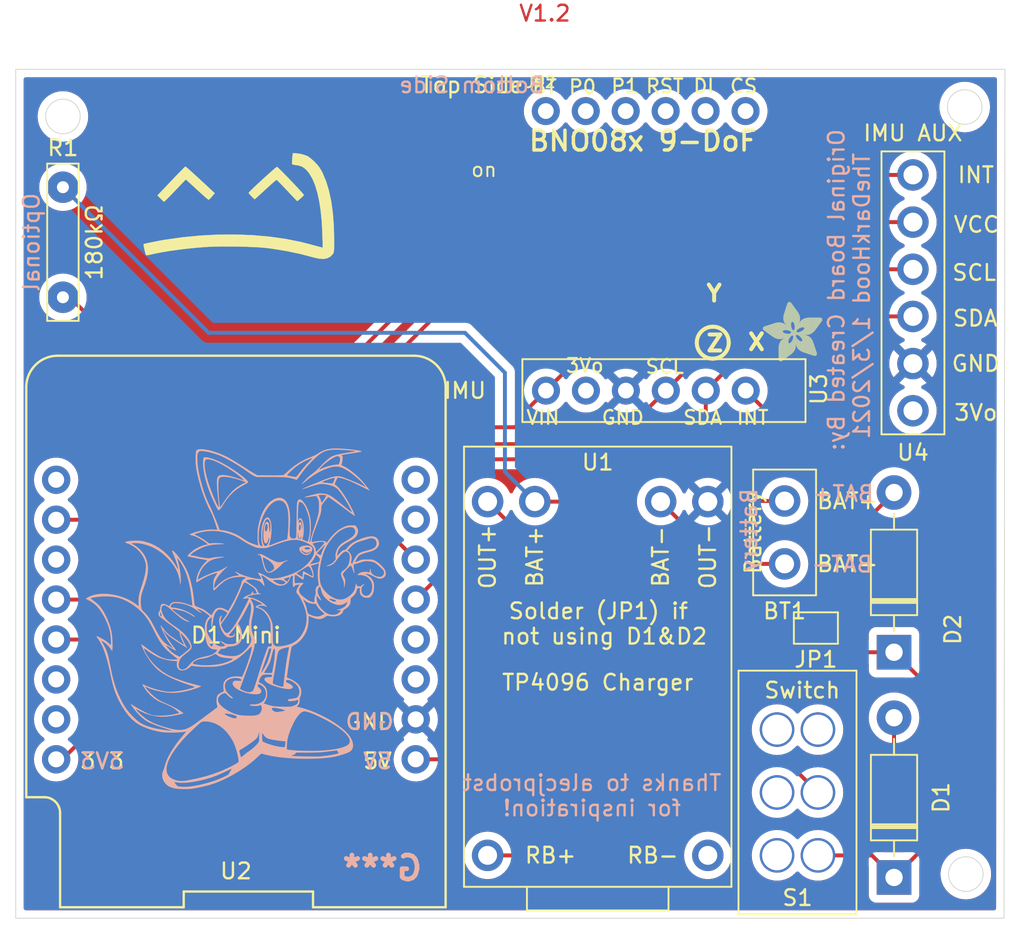
<source format=kicad_pcb>
(kicad_pcb (version 20211014) (generator pcbnew)
  (title_block (title "Slimve VR Motherboard") (date "2022-01-03") (rev "V1.2") (comment 2 "creativecommons.org/licenses/by/4.0/") (comment 3 "License: CC BY 4.0") (comment 4 "Author: TheDarkHood"))
  (layers (0 "F.Cu" signal) (31 "B.Cu" signal) (34 "B.Paste" user) (35 "F.Paste" user) (36 "B.SilkS" user "B.Silkscreen") (37 "F.SilkS" user "F.Silkscreen") (38 "B.Mask" user) (39 "F.Mask" user) (44 "Edge.Cuts" user))
  (net 0 "")
  (net 1 "Net-(BT1-Pad1)")
  (net 2 "Net-(BT1-Pad2)")
  (net 3 "Net-(S1-Pad2)")
  (net 4 "Net-(U1-Pad4)")
  (net 6 "Net-(U2-Pad8)")
  (net 10 "Net-(U2-Pad5)")
  (net 12 "Net-(U2-Pad4)")
  (net 13 "Net-(U2-Pad13)")
  (net 15 "Net-(U2-Pad14)")
  (net 19 "Net-(D1-Pad2)")
  (net 20 "Net-(D1-Pad1)")
  (net 21 "Net-(D2-Pad2)")
  (net 22 "Net-(R1-Pad2)")
  (footprint "wemos-d1-mini:wemos-d1-mini-connectors-only" (layer "F.Cu") (at 148 130 90)
    (fp_text reference "U2" (at -16 0) (layer "F.SilkS"))
    (fp_text value "WeMos_D1_mini")
    (pad "1" thru_hole circle locked (at 8.89 -11.43 90) (size 1.8 1.8) (drill 1.016) (layers *.Cu *.Mask))
    (pad "2" thru_hole circle locked (at 6.35 -11.43 90) (size 1.8 1.8) (drill 1.016) (layers *.Cu *.Mask) (net 22 "Net-(R1-Pad2)"))
    (pad "3" thru_hole circle locked (at 3.81 -11.43 90) (size 1.8 1.8) (drill 1.016) (layers *.Cu *.Mask))
    (pad "4" thru_hole circle locked (at 1.27 -11.43 90) (size 1.8 1.8) (drill 1.016) (layers *.Cu *.Mask) (net 12 "Net-(U2-Pad4)"))
    (pad "5" thru_hole circle locked (at -1.27 -11.43 90) (size 1.8 1.8) (drill 1.016) (layers *.Cu *.Mask) (net 10 "Net-(U2-Pad5)"))
    (pad "6" thru_hole circle locked (at -3.81 -11.43 90) (size 1.8 1.8) (drill 1.016) (layers *.Cu *.Mask))
    (pad "7" thru_hole circle locked (at -6.35 -11.43 90) (size 1.8 1.8) (drill 1.016) (layers *.Cu *.Mask))
    (pad "8" thru_hole circle locked (at -8.89 -11.43 90) (size 1.8 1.8) (drill 1.016) (layers *.Cu *.Mask) (net 6 "Net-(U2-Pad8)"))
    (pad "9" thru_hole circle locked (at -8.89 11.43 90) (size 1.8 1.8) (drill 1.016) (layers *.Cu *.Mask) (net 3 "Net-(S1-Pad2)"))
    (pad "10" thru_hole circle locked (at -6.35 11.43 90) (size 1.8 1.8) (drill 1.016) (layers *.Cu *.Mask) (net 4 "Net-(U1-Pad4)"))
    (pad "11" thru_hole circle locked (at -3.81 11.43 90) (size 1.8 1.8) (drill 1.016) (layers *.Cu *.Mask))
    (pad "12" thru_hole circle locked (at -1.27 11.43 90) (size 1.8 1.8) (drill 1.016) (layers *.Cu *.Mask))
    (pad "13" thru_hole circle locked (at 1.27 11.43 90) (size 1.8 1.8) (drill 1.016) (layers *.Cu *.Mask) (net 13 "Net-(U2-Pad13)"))
    (pad "14" thru_hole circle locked (at 3.81 11.43 90) (size 1.8 1.8) (drill 1.016) (layers *.Cu *.Mask) (net 15 "Net-(U2-Pad14)"))
    (pad "15" thru_hole circle locked (at 6.35 11.43 90) (size 1.8 1.8) (drill 1.016) (layers *.Cu *.Mask))
    (pad "16" thru_hole circle locked (at 8.89 11.43 90) (size 1.8 1.8) (drill 1.016) (layers *.Cu *.Mask))
  )
  (footprint "SlimeVRMotherBoard:BNO080_Connector" (layer "F.Cu") (at 191.04 109.22 180)
    (fp_text reference "U4" (at 0 -10.16) (layer "F.SilkS"))
    (fp_text value "BN008X")
    (fp_text user "INT" (at -4 7.5) (layer "F.SilkS"))
    (fp_text user "VCC" (at -4.034187 4.341007) (layer "F.SilkS"))
    (fp_text user "SCL" (at -3.891884 1.285294) (layer "F.SilkS"))
    (fp_text user "SDA" (at -3.96104 -1.619252) (layer "F.SilkS"))
    (fp_text user "3Vo" (at -4 -7.62) (layer "F.SilkS"))
    (fp_text user "GND" (at -4 -4.5) (layer "F.SilkS"))
    (pad "1" thru_hole circle (at 0 4.5 180) (size 2 2) (drill 1.2) (layers *.Cu *.Mask) (net 6 "Net-(U2-Pad8)"))
    (pad "2" thru_hole circle locked (at 0 -4.5 180) (size 2 2) (drill 1.2) (layers *.Cu *.Mask) (net 4 "Net-(U1-Pad4)"))
    (pad "3" thru_hole circle (at 0 1.5 180) (size 2 2) (drill 1.2) (layers *.Cu *.Mask) (net 15 "Net-(U2-Pad14)"))
    (pad "4" thru_hole circle (at 0 -1.5 180) (size 2 2) (drill 1.2) (layers *.Cu *.Mask) (net 13 "Net-(U2-Pad13)"))
    (pad "5" thru_hole circle (at 0 -7.5 180) (size 2 2) (drill 1.2) (layers *.Cu *.Mask))
    (pad "6" thru_hole circle locked (at 0 7.5 180) (size 2 2) (drill 1.2) (layers *.Cu *.Mask) (net 10 "Net-(U2-Pad5)"))
  )
  (footprint "SlimeVRMotherBoard:Battery" (layer "F.Cu") (at 182.88 124.46 180)
    (fp_text reference "BT1" (at 0 -5) (layer "F.SilkS"))
    (fp_text value "Battery")
    (fp_text user "BAT+" (at -4 2) (layer "F.SilkS"))
    (fp_text user "BAT-" (at -4 -2) (layer "F.SilkS"))
    (pad "1" thru_hole circle locked (at 0 -2 180) (size 2 2) (drill 1.2) (layers *.Cu *.Mask) (net 1 "Net-(BT1-Pad1)"))
    (pad "2" thru_hole circle locked (at 0 2 180) (size 2 2) (drill 1.2) (layers *.Cu *.Mask) (net 2 "Net-(BT1-Pad2)"))
  )
  (footprint "SlimeVRMotherBoard:180KΩ" (layer "F.Cu") (at 137 106)
    (fp_text reference "R1" (at 0 -6) (layer "F.SilkS"))
    (fp_text value "R180Ω" hide)
    (fp_text user "180kΩ" (at 2 0 90) (layer "F.SilkS"))
    (pad "1" thru_hole circle locked (at 0 -3.5) (size 2 2) (drill 0.762) (layers *.Cu *.Mask) (net 2 "Net-(BT1-Pad2)"))
    (pad "2" thru_hole circle locked (at 0 3.5) (size 2 2) (drill 0.762) (layers *.Cu *.Mask) (net 22 "Net-(R1-Pad2)"))
  )
  (footprint "SlimeVRMotherBoard:SlimeVRLogo" (layer "F.Cu") (at 148.172187 103.723587)
    (fp_text reference "G***" hide)
    (fp_text value "LOGO" hide)
  )
  (footprint "Diode_THT:D_DO-41_SOD81_P10.16mm_Horizontal" (layer "F.Cu") (at 189.83755 132.08 90)
    (fp_text reference "D2" (at 1.453425 3.742388 90) (layer "F.SilkS"))
    (fp_text value "1N5817")
    (pad "1" thru_hole rect locked (at 0 0 90) (size 2.2 2.2) (drill 1.1) (layers *.Cu *.Mask) (net 20 "Net-(D1-Pad1)"))
    (pad "2" thru_hole oval locked (at 10.16 0 90) (size 2.2 2.2) (drill 1.1) (layers *.Cu *.Mask) (net 21 "Net-(D2-Pad2)"))
  )
  (footprint "SlimeVRMotherBoard:BNO080_Connector" (layer "F.Cu") (at 175.20961 115.436639 -90)
    (fp_text reference "U3" (at -0.094869 -9.848799 90) (layer "F.SilkS"))
    (fp_text value "BN008X")
    (pad "1" thru_hole circle (at 0 7.5 270) (size 1.778 1.778) (drill 1) (layers *.Cu *.Mask) (net 6 "Net-(U2-Pad8)"))
    (pad "2" thru_hole circle (at 0 2.42 270) (size 1.778 1.778) (drill 1) (layers *.Cu *.Mask) (net 4 "Net-(U1-Pad4)"))
    (pad "3" thru_hole circle (at 0 -0.12 270) (size 1.778 1.778) (drill 1) (layers *.Cu *.Mask) (net 15 "Net-(U2-Pad14)"))
    (pad "4" thru_hole circle (at 0 -2.66 270) (size 1.778 1.778) (drill 1) (layers *.Cu *.Mask) (net 13 "Net-(U2-Pad13)"))
    (pad "5" thru_hole circle (at 0 4.96 270) (size 1.778 1.778) (drill 1) (layers *.Cu *.Mask))
    (pad "6" thru_hole circle (at 0 -5.2 270) (size 1.778 1.778) (drill 1) (layers *.Cu *.Mask) (net 12 "Net-(U2-Pad4)"))
  )
  (footprint "SlimeVRMotherBoard:4056Board" (layer "F.Cu") (at 171 133)
    (fp_text reference "U1" (at 0 -13) (layer "F.SilkS"))
    (fp_text value "4056Board")
    (fp_text user "OUT-" (at 7 -7 90) (layer "F.SilkS"))
    (fp_text user "RB-" (at 3.5 12 180) (layer "F.SilkS"))
    (fp_text user "BAT-" (at 4 -7 90) (layer "F.SilkS"))
    (fp_text user "OUT+" (at -7 -7 90) (layer "F.SilkS"))
    (fp_text user "BAT+" (at -4 -7 90) (layer "F.SilkS"))
    (fp_text user "RB+" (at -3 12 180) (layer "F.SilkS"))
    (pad "1" thru_hole circle locked (at -7 -10.5) (size 2 2) (drill 1.2) (layers *.Cu *.Mask) (net 21 "Net-(D2-Pad2)"))
    (pad "2" thru_hole circle locked (at -4 -10.5) (size 2 2) (drill 1.2) (layers *.Cu *.Mask) (net 2 "Net-(BT1-Pad2)"))
    (pad "3" thru_hole circle locked (at 4 -10.5) (size 2 2) (drill 1.2) (layers *.Cu *.Mask) (net 1 "Net-(BT1-Pad1)"))
    (pad "4" thru_hole circle locked (at 7 -10.5) (size 2 2) (drill 1.2) (layers *.Cu *.Mask) (net 4 "Net-(U1-Pad4)"))
    (pad "5" thru_hole circle locked (at -7 12) (size 2 2) (drill 1.2) (layers *.Cu *.Mask) (net 19 "Net-(D1-Pad2)"))
    (pad "6" thru_hole circle locked (at 7 12) (size 2 2) (drill 1.2) (layers *.Cu *.Mask))
  )
  (footprint "Extra Footprints:SolderJumper-2_P1.3mm_Open_Pad1.0x1.5mm" (layer "F.Cu") (at 184.87 130.54)
    (fp_text reference "JP1" (at 0 2) (layer "F.SilkS"))
    (fp_text value "SolderJumper_2_Open")
    (pad "1" smd rect locked (at -0.65 0) (size 1 1.5) (layers "F.Cu" "F.Mask") (net 21 "Net-(D2-Pad2)"))
    (pad "2" smd rect locked (at 0.65 0) (size 1 1.5) (layers "F.Cu" "F.Mask") (net 20 "Net-(D1-Pad1)"))
  )
  (footprint "Diode_THT:D_DO-41_SOD81_P10.16mm_Horizontal" (layer "F.Cu") (at 189.83755 146.405602 90)
    (fp_text reference "D1" (at 5.08 3 90) (layer "F.SilkS"))
    (fp_text value "1N5817")
    (pad "1" thru_hole rect locked (at 0 0 90) (size 2.2 2.2) (drill 1.1) (layers *.Cu *.Mask) (net 20 "Net-(D1-Pad1)"))
    (pad "2" thru_hole oval locked (at 10.16 0 90) (size 2.2 2.2) (drill 1.1) (layers *.Cu *.Mask) (net 19 "Net-(D1-Pad2)"))
  )
  (footprint "SlimeVRMotherBoard:SS22F32" (layer "F.Cu") (at 183.7 141)
    (fp_text reference "S1" (at 0 6.7) (layer "F.SilkS"))
    (fp_text value "SlideSwitch" hide)
    (pad "" thru_hole circle (at -1.3 0) (size 2.2 2.2) (drill 1.9) (layers *.Cu *.Mask))
    (pad "" thru_hole circle (at -1.3 -4) (size 2.2 2.2) (drill 1.9) (layers *.Cu *.Mask))
    (pad "" thru_hole circle (at -1.3 4) (size 2.2 2.2) (drill 1.9) (layers *.Cu *.Mask))
    (pad "" thru_hole circle (at 1.3 -4) (size 2.2 2.2) (drill 1.9) (layers *.Cu *.Mask))
    (pad "1" thru_hole circle (at 1.3 4) (size 2.2 2.2) (drill 1.9) (layers *.Cu *.Mask) (net 20 "Net-(D1-Pad1)"))
    (pad "2" thru_hole circle (at 1.3 0) (size 2.2 2.2) (drill 1.9) (layers *.Cu *.Mask) (net 3 "Net-(S1-Pad2)"))
  )
  (footprint "Adafruit_BNO08x:ADAFRUIT_3.5MM" (layer "F.Cu") (at 185.29546 113.594958 90)
    (fp_text reference "U$22" hide)
    (fp_text value "" hide)
  )
  (footprint "Adafruit_BNO08x:1X06_ROUND_70" (layer "F.Cu") (at 174.04961 97.656639)
    (fp_text reference "JP2" (at -7.6962 -1.8288) (layer "F.SilkS") (effects (font (size 0.692831 0.692831) (thickness 0.119969)) (justify left)))
    (fp_text value "")
    (pad "1" thru_hole circle (at -6.35 0 90) (size 1.778 1.778) (drill 1) (layers F&B.Cu *.Mask))
    (pad "2" thru_hole circle (at -3.81 0 90) (size 1.778 1.778) (drill 1) (layers F&B.Cu *.Mask))
    (pad "3" thru_hole circle (at -1.27 0 90) (size 1.778 1.778) (drill 1) (layers F&B.Cu *.Mask))
    (pad "4" thru_hole circle (at 1.27 0 90) (size 1.778 1.778) (drill 1) (layers F&B.Cu *.Mask))
    (pad "5" thru_hole circle (at 3.81 0 90) (size 1.778 1.778) (drill 1) (layers F&B.Cu *.Mask))
    (pad "6" thru_hole circle (at 6.35 0 90) (size 1.778 1.778) (drill 1) (layers F&B.Cu *.Mask))
  )
  (footprint "LOGO" (layer "B.Cu") (at 148 130 180)
    (fp_text reference "G***" (at -9.296988 -15.814382) (layer "B.SilkS") (effects (font (size 1.524 1.524) (thickness 0.3)) (justify mirror)))
    (fp_text value "LOGO" hide)
  )
  (gr_arc (start 179.33046 112.389458) (mid 179.03288 113.107878) (end 178.31446 113.405458) (layer "F.SilkS") (width 0.254))
  (gr_arc (start 178.31446 111.373458) (mid 179.038084 111.665834) (end 179.33046 112.389458) (layer "F.SilkS") (width 0.254))
  (gr_arc (start 177.29846 112.389458) (mid 177.59604 111.671038) (end 178.31446 111.373458) (layer "F.SilkS") (width 0.254))
  (gr_arc (start 178.31446 113.405458) (mid 177.59604 113.107878) (end 177.29846 112.389458) (layer "F.SilkS") (width 0.254))
  (gr_line (start 196.886255 95) (end 196.832614 149) (layer "Edge.Cuts") (width 0.05))
  (gr_circle (center 137 98) (end 138.1 98) (layer "Edge.Cuts") (width 0.05) (fill none))
  (gr_circle (center 194.401836 146.190294) (end 195.501836 146.190294) (layer "Edge.Cuts") (width 0.05) (fill none))
  (gr_circle (center 194.330762 97.400259) (end 195.430762 97.400259) (layer "Edge.Cuts") (width 0.05) (fill none))
  (gr_line (start 196.832614 149) (end 134 149) (layer "Edge.Cuts") (width 0.05))
  (gr_line (start 134 149) (end 134 95) (layer "Edge.Cuts") (width 0.05))
  (gr_line (start 134 95) (end 196.886255 95) (layer "Edge.Cuts") (width 0.05))
  (gr_text "V1.2" (at 167.64 91.44) (layer "F.Cu") (effects (font (size 1 1))))
  (gr_text "BAT-" (at 186.532183 126.48724) (layer "B.SilkS") (effects (font (size 1 1)) (justify mirror)))
  (gr_text "Battery" (at 180.619358 124.308831 90) (layer "B.SilkS") (effects (font (size 1 1)) (justify mirror)))
  (gr_text "3V3" (at 139.5 139) (layer "B.SilkS") (effects (font (size 1 1)) (justify mirror)))
  (gr_text "GND" (at 156.5 136.5) (layer "B.SilkS") (effects (font (size 1 1)) (justify mirror)))
  (gr_text "5V" (at 157 139) (layer "B.SilkS") (effects (font (size 1 1)) (justify mirror)))
  (gr_text "Original Board Created By: \nTheDarkHood 1/3/2021" (at 186.980438 109.41417 90) (layer "B.SilkS") (effects (font (size 1 1)) (justify mirror)))
  (gr_text "Optional" (at 135 106 90) (layer "B.SilkS") (effects (font (size 1 1)) (justify mirror)))
  (gr_text "Thanks to alecjprobst\nfor inspiration!" (at 170.637937 141.191503) (layer "B.SilkS") (effects (font (size 1 1)) (justify mirror)))
  (gr_text "BAT+" (at 186.609983 122) (layer "B.SilkS") (effects (font (size 1 1)) (justify mirror)))
  (gr_text "Bottom Side" (at 163 96) (layer "B.SilkS") (effects (font (size 1 1)) (justify mirror)))
  (gr_text "IMU" (at 162.56 115.436639) (layer "F.SilkS") (effects (font (size 1 1))))
  (gr_text "TP4096 Charger" (at 171 134) (layer "F.SilkS") (effects (font (size 1 1))))
  (gr_text "5V" (at 157 139) (layer "F.SilkS") (effects (font (size 1 1))))
  (gr_text "GND" (at 156.5 136.5) (layer "F.SilkS") (effects (font (size 1 1))))
  (gr_text "Switch" (at 184 134.5) (layer "F.SilkS") (effects (font (size 1 1))))
  (gr_text "INT" (at 180.85046 117.150958) (layer "F.SilkS") (effects (font (size 0.87376 0.87376) (thickness 0.14224))))
  (gr_text "SDA" (at 177.67546 117.150958) (layer "F.SilkS") (effects (font (size 0.87376 0.87376) (thickness 0.14224))))
  (gr_text "P1" (at 172.72246 96.068958) (layer "F.SilkS") (effects (font (size 0.87376 0.87376) (thickness 0.14224))))
  (gr_text "P0" (at 170.03006 96.119758) (layer "F.SilkS") (effects (font (size 0.87376 0.87376) (thickness 0.14224))))
  (gr_text "Z" (at 177.79846 113.022458) (layer "F.SilkS") (effects (font (size 1.016 1.016) (thickness 0.254)) (justify left bottom)))
  (gr_text "D1 Mini\n" (at 148 131) (layer "F.SilkS") (effects (font (size 1 1))))
  (gr_text "SCL" (at 175.26246 113.912458) (layer "F.SilkS") (effects (font (size 0.87376 0.87376) (thickness 0.14224))))
  (gr_text "BT" (at 167.61706 96.119758) (layer "F.SilkS") (effects (font (size 0.87376 0.87376) (thickness 0.14224))))
  (gr_text "Y" (at 177.79846 109.847458) (layer "F.SilkS") (effects (font (size 1.016 1.016) (thickness 0.254)) (justify left bottom)))
  (gr_text "VIN" (at 167.51546 117.150958) (layer "F.SilkS") (effects (font (size 0.87376 0.87376) (thickness 0.14224))))
  (gr_text "Solder (JP1) if \nnot using D1&D2" (at 171.420372 130.264658) (layer "F.SilkS") (effects (font (size 1 1))))
  (gr_text "CS" (at 180.27896 96.068958) (layer "F.SilkS") (effects (font (size 0.87376 0.87376) (thickness 0.14224))))
  (gr_text "RST" (at 175.26246 96.068958) (layer "F.SilkS") (effects (font (size 0.87376 0.87376) (thickness 0.14224))))
  (gr_text "DI" (at 177.73896 96.068958) (layer "F.SilkS") (effects (font (size 0.87376 0.87376) (thickness 0.14224))))
  (gr_text "Battery" (at 180.88 124.46 90) (layer "F.SilkS") (effects (font (size 1 1))))
  (gr_text "GND" (at 172.59546 117.150958) (layer "F.SilkS") (effects (font (size 0.87376 0.87376) (thickness 0.14224))))
  (gr_text "IMU AUX" (at 191.04 99.06) (layer "F.SilkS") (effects (font (size 1 1))))
  (gr_text "3Vo" (at 170.18246 113.848958) (layer "F.SilkS") (effects (font (size 0.87376 0.87376) (thickness 0.14224))))
  (gr_text "Top Side" (at 163 96) (layer "F.SilkS") (effects (font (size 1 1))))
  (gr_text "on" (at 162.87996 101.910958) (layer "F.SilkS") (effects (font (size 0.89408 0.89408) (thickness 0.12192)) (justify left bottom)))
  (gr_text "X" (at 181.74346 111.754458) (layer "F.SilkS") (effects (font (size 1.016 1.016) (thickness 0.254)) (justify right top)))
  (gr_text "BNO08x 9-DoF" (at 173.86546 99.561458) (layer "F.SilkS") (effects (font (size 1.25222 1.25222) (thickness 0.22098))))
  (gr_text "3V3" (at 139.5 139) (layer "F.SilkS") (effects (font (size 1 1))))
  (segment (start 176.96 124.46) (end 175 122.5) (width 0.25) (layer "F.Cu") (net 1))
  (segment (start 182.88 126.46) (end 179.8 126.46) (width 0.25) (layer "F.Cu") (net 1))
  (segment (start 177.8 124.46) (end 176.96 124.46) (width 0.25) (layer "F.Cu") (net 1))
  (segment (start 179.8 126.46) (end 177.8 124.46) (width 0.25) (layer "F.Cu") (net 1))
  (segment (start 182.88 122.46) (end 180.88 122.46) (width 0.25) (layer "F.Cu") (net 2))
  (segment (start 172.14 122.5) (end 167 122.5) (width 0.25) (layer "F.Cu") (net 2))
  (segment (start 180.88 122.46) (end 178.580517 120.160517) (width 0.25) (layer "F.Cu") (net 2))
  (segment (start 178.580517 120.160517) (end 174.479483 120.160517) (width 0.25) (layer "F.Cu") (net 2))
  (segment (start 174.479483 120.160517) (end 172.14 122.5) (width 0.25) (layer "F.Cu") (net 2))
  (segment (start 146.26 111.76) (end 162.56 111.76) (width 0.25) (layer "B.Cu") (net 2))
  (segment (start 162.56 111.76) (end 165.1 114.3) (width 0.25) (layer "B.Cu") (net 2))
  (segment (start 165.1 114.3) (end 165.1 120.6) (width 0.25) (layer "B.Cu") (net 2))
  (segment (start 165.1 120.6) (end 167 122.5) (width 0.25) (layer "B.Cu") (net 2))
  (segment (start 137 102.5) (end 146.26 111.76) (width 0.25) (layer "B.Cu") (net 2))
  (segment (start 182.89 138.89) (end 185 141) (width 0.25) (layer "F.Cu") (net 3))
  (segment (start 159.43 138.89) (end 182.89 138.89) (width 0.25) (layer "F.Cu") (net 3))
  (segment (start 166.259837 116.886412) (end 167.70961 115.436639) (width 0.25) (layer "F.Cu") (net 6))
  (segment (start 156.093928 119.760827) (end 156.093928 118.531363) (width 0.25) (layer "F.Cu") (net 6))
  (segment (start 178.090049 105.0562) (end 178.21552 105.0562) (width 0.25) (layer "F.Cu") (net 6))
  (segment (start 156.093928 118.531363) (end 156.854642 117.770649) (width 0.25) (layer "F.Cu") (net 6))
  (segment (start 167.70961 115.436639) (end 178.090049 105.0562) (width 0.25) (layer "F.Cu") (net 6))
  (segment (start 165.741168 117.770649) (end 166.259837 117.25198) (width 0.25) (layer "F.Cu") (net 6))
  (segment (start 156.854642 117.770649) (end 165.741168 117.770649) (width 0.25) (layer "F.Cu") (net 6))
  (segment (start 178.21552 105.0562) (end 178.55172 104.72) (width 0.25) (layer "F.Cu") (net 6))
  (segment (start 136.57 138.89) (end 136.964755 138.89) (width 0.25) (layer "F.Cu") (net 6))
  (segment (start 166.259837 117.25198) (end 166.259837 116.886412) (width 0.25) (layer "F.Cu") (net 6))
  (segment (start 178.55172 104.72) (end 191.04 104.72) (width 0.25) (layer "F.Cu") (net 6))
  (segment (start 136.964755 138.89) (end 156.093928 119.760827) (width 0.25) (layer "F.Cu") (net 6))
  (segment (start 136.57 131.27) (end 140.093586 131.27) (width 0.25) (layer "F.Cu") (net 10))
  (segment (start 169.622336 101.72) (end 191.04 101.72) (width 0.25) (layer "F.Cu") (net 10))
  (segment (start 169.55375 101.809836) (end 169.55375 101.788586) (width 0.25) (layer "F.Cu") (net 10))
  (segment (start 140.093586 131.27) (end 169.55375 101.809836) (width 0.25) (layer "F.Cu") (net 10))
  (segment (start 169.55375 101.788586) (end 169.622336 101.72) (width 0.25) (layer "F.Cu") (net 10))
  (segment (start 192.021869 99.06) (end 194.190521 101.228652) (width 0.25) (layer "F.Cu") (net 12))
  (segment (start 187.96 99.06) (end 192.021869 99.06) (width 0.25) (layer "F.Cu") (net 12))
  (segment (start 186.837695 100.182305) (end 187.96 99.06) (width 0.25) (layer "F.Cu") (net 12))
  (segment (start 136.57 128.73) (end 140.070858 128.73) (width 0.25) (layer "F.Cu") (net 12))
  (segment (start 194.190521 119.38) (end 184.352971 119.38) (width 0.25) (layer "F.Cu") (net 12))
  (segment (start 140.070858 128.73) (end 168.618553 100.182305) (width 0.25) (layer "F.Cu") (net 12))
  (segment (start 184.352971 119.38) (end 180.40961 115.436639) (width 0.25) (layer "F.Cu") (net 12))
  (segment (start 168.618553 100.182305) (end 186.837695 100.182305) (width 0.25) (layer "F.Cu") (net 12))
  (segment (start 194.190521 101.228652) (end 194.190521 119.38) (width 0.25) (layer "F.Cu") (net 12))
  (segment (start 162.251753 119.807791) (end 172.383085 119.807791) (width 0.25) (layer "F.Cu") (net 13))
  (segment (start 182.586249 110.72) (end 191.04 110.72) (width 0.25) (layer "F.Cu") (net 13))
  (segment (start 161.214415 120.845129) (end 162.251753 119.807791) (width 0.25) (layer "F.Cu") (net 13))
  (segment (start 177.86961 115.436639) (end 182.586249 110.72) (width 0.25) (layer "F.Cu") (net 13))
  (segment (start 177.86961 117.364124) (end 177.86961 115.436639) (width 0.25) (layer "F.Cu") (net 13))
  (segment (start 176.460326 118.773408) (end 177.86961 117.364124) (width 0.25) (layer "F.Cu") (net 13))
  (segment (start 172.383085 119.807791) (end 173.417468 118.773408) (width 0.25) (layer "F.Cu") (net 13))
  (segment (start 173.417468 118.773408) (end 176.460326 118.773408) (width 0.25) (layer "F.Cu") (net 13))
  (segment (start 159.43 128.73) (end 161.214415 126.945585) (width 0.25) (layer "F.Cu") (net 13))
  (segment (start 161.214415 126.945585) (end 161.214415 120.845129) (width 0.25) (layer "F.Cu") (net 13))
  (segment (start 175.32961 115.436639) (end 183.046249 107.72) (width 0.25) (layer "F.Cu") (net 15))
  (segment (start 157.48 124.46) (end 157.48 119.38) (width 0.25) (layer "F.Cu") (net 15))
  (segment (start 171.861462 118.842564) (end 172.138085 118.565941) (width 0.25) (layer "F.Cu") (net 15))
  (segment (start 158.017436 118.842564) (end 171.861462 118.842564) (width 0.25) (layer "F.Cu") (net 15))
  (segment (start 157.7 124.46) (end 157.48 124.46) (width 0.25) (layer "F.Cu") (net 15))
  (segment (start 172.138085 118.565941) (end 172.200308 118.565941) (width 0.25) (layer "F.Cu") (net 15))
  (segment (start 183.046249 107.72) (end 191.04 107.72) (width 0.25) (layer "F.Cu") (net 15))
  (segment (start 159.43 126.19) (end 157.7 124.46) (width 0.25) (layer "F.Cu") (net 15))
  (segment (start 157.48 119.38) (end 158.017436 118.842564) (width 0.25) (layer "F.Cu") (net 15))
  (segment (start 172.200308 118.565941) (end 175.32961 115.436639) (width 0.25) (layer "F.Cu") (net 15))
  (segment (start 180.337305 142.24) (end 181.120066 143.022761) (width 0.25) (layer "F.Cu") (net 19))
  (segment (start 172.5 145) (end 175.26 142.24) (width 0.25) (layer "F.Cu") (net 19))
  (segment (start 187.084758 143.022761) (end 189.83755 140.269969) (width 0.25) (layer "F.Cu") (net 19))
  (segment (start 189.83755 140.269969) (end 189.83755 136.245602) (width 0.25) (layer "F.Cu") (net 19))
  (segment (start 175.26 142.24) (end 180.337305 142.24) (width 0.25) (layer "F.Cu") (net 19))
  (segment (start 181.120066 143.022761) (end 187.084758 143.022761) (width 0.25) (layer "F.Cu") (net 19))
  (segment (start 164 145) (end 172.5 145) (width 0.25) (layer "F.Cu") (net 19))
  (segment (start 193.04 143.203152) (end 193.04 135.28245) (width 0.25) (layer "F.Cu") (net 20))
  (segment (start 189.83755 132.08) (end 187.06 132.08) (width 0.25) (layer "F.Cu") (net 20))
  (segment (start 193.04 135.28245) (end 189.83755 132.08) (width 0.25) (layer "F.Cu") (net 20))
  (segment (start 185 145) (end 188.431948 145) (width 0.25) (layer "F.Cu") (net 20))
  (segment (start 187.06 132.08) (end 185.52 130.54) (width 0.25) (layer "F.Cu") (net 20))
  (segment (start 189.83755 146.405602) (end 193.04 143.203152) (width 0.25) (layer "F.Cu") (net 20))
  (segment (start 188.431948 145) (end 189.83755 146.405602) (width 0.25) (layer "F.Cu") (net 20))
  (segment (start 184.22 130.54) (end 184.22 129.54) (width 0.25) (layer "F.Cu") (net 21))
  (segment (start 185.42 128.34) (end 185.42 126.33755) (width 0.25) (layer "F.Cu") (net 21))
  (segment (start 185.42 126.33755) (end 189.83755 121.92) (width 0.25) (layer "F.Cu") (net 21))
  (segment (start 165.1 123.6) (end 164 122.5) (width 0.25) (layer "F.Cu") (net 21))
  (segment (start 165.1 124.46) (end 165.1 123.6) (width 0.25) (layer "F.Cu") (net 21))
  (segment (start 184.22 129.54) (end 185.42 128.34) (width 0.25) (layer "F.Cu") (net 21))
  (segment (start 184.22 130.54) (end 173.166167 130.54) (width 0.25) (layer "F.Cu") (net 21))
  (segment (start 167.086167 124.46) (end 165.1 124.46) (width 0.25) (layer "F.Cu") (net 21))
  (segment (start 173.166167 130.54) (end 167.086167 124.46) (width 0.25) (layer "F.Cu") (net 21))
  (segment (start 137 109.38) (end 137 109.5) (width 0.25) (layer "F.Cu") (net 22))
  (segment (start 137.16 109.22) (end 137 109.38) (width 0.25) (layer "F.Cu") (net 22))
  (segment (start 136.57 123.65) (end 138.377547 123.65) (width 0.25) (layer "F.Cu") (net 22))
  (segment (start 138.377547 123.65) (end 139.7 122.327547) (width 0.25) (layer "F.Cu") (net 22))
  (segment (start 139.7 111.76) (end 137.16 109.22) (width 0.25) (layer "F.Cu") (net 22))
  (segment (start 139.7 122.327547) (end 139.7 111.76) (width 0.25) (layer "F.Cu") (net 22))
  (zone (net 4) (net_name "Net-(U1-Pad4)") (layer "F.Cu") (connect_pads (clearance 0.508)) (min_thickness 0.254) (fill yes (thermal_gap 0.508) (thermal_bridge_width 0.508))
    (polygon (pts (xy 198.12 150) (xy 133 150) (xy 133 94) (xy 198.12 94)))
  )
  (zone (net 4) (net_name "Net-(U1-Pad4)") (layer "B.Cu") (connect_pads (clearance 0.508)) (min_thickness 0.254) (fill yes (thermal_gap 0.508) (thermal_bridge_width 0.508))
    (polygon (pts (xy 198.066359 150.000001) (xy 133 150) (xy 133 94) (xy 198.066359 94.000001)))
  )
)
</source>
